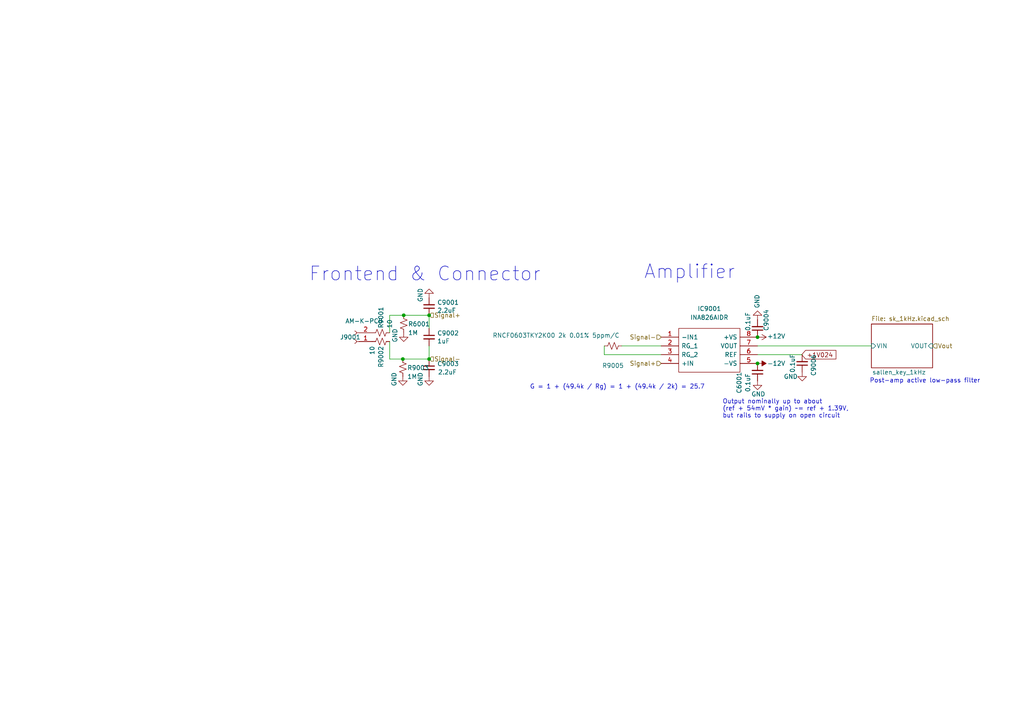
<source format=kicad_sch>
(kicad_sch (version 20231120) (generator "eeschema") (generator_version "8.0")
  (paper "A4")
  (lib_symbols
    (symbol "Connector:Conn_01x02_Female" (pin_names (offset 1.016) hide)
      (property "Reference" "J" (at 0 2.54 0))
      (property "Value" "Conn_01x02_Female" (at 0 -5.08 0))
      (symbol "Conn_01x02_Female_1_1"
        (arc (start 0 -2.032) (mid -0.5058 -2.54) (end 0 -3.048) (stroke (width 0.1524)))
        (polyline (pts (xy -1.27 -2.54) (xy -0.508 -2.54)) (stroke (width 0.1524)))
        (polyline (pts (xy -1.27 0) (xy -0.508 0)) (stroke (width 0.1524)))
        (arc (start 0 0.508) (mid -0.5058 0) (end 0 -0.508) (stroke (width 0.1524)))
        (pin passive line (at -5.08 0 0) (length 3.81) (name "Pin_1") (number "1"))
        (pin passive line (at -5.08 -2.54 0) (length 3.81) (name "Pin_2") (number "2"))
      )
    )
    (symbol "Device:C_Small" (pin_numbers hide) (pin_names (offset 0.254) hide)
      (property "Reference" "C" (at 0.254 1.778 0))
      (property "Value" "C_Small" (at 0.254 -2.032 0))
      (symbol "C_Small_0_1"
        (polyline (pts (xy -1.524 -0.508) (xy 1.524 -0.508)) (stroke (width 0.3302)))
        (polyline (pts (xy -1.524 0.508) (xy 1.524 0.508)) (stroke (width 0.3048)))
      )
      (symbol "C_Small_1_1"
        (pin passive line (at 0 2.54 270) (length 2.032) (name "~") (number "1"))
        (pin passive line (at 0 -2.54 90) (length 2.032) (name "~") (number "2"))
      )
    )
    (symbol "Device:R_Small_US" (pin_numbers hide) (pin_names (offset 0.254) hide)
      (property "Reference" "R" (at 0.762 0.508 0))
      (property "Value" "R_Small_US" (at 0.762 -1.016 0))
      (symbol "R_Small_US_1_1"
        (polyline (pts (xy 0 0) (xy 1.016 -0.381) (xy 0 -0.762) (xy -1.016 -1.143) (xy 0 -1.524)))
        (polyline (pts (xy 0 1.524) (xy 1.016 1.143) (xy 0 0.762) (xy -1.016 0.381) (xy 0 0)))
        (pin passive line (at 0 2.54 270) (length 1.016) (name "~") (number "1"))
        (pin passive line (at 0 -2.54 90) (length 1.016) (name "~") (number "2"))
      )
    )
    (symbol "aaa:INA826AIDR" (pin_names (offset 0.762))
      (property "Reference" "IC" (at 24.13 7.62 0))
      (property "Value" "INA826AIDR" (at 24.13 5.08 0))
      (symbol "INA826AIDR_0_0"
        (pin passive line (at 0 0 0) (length 5.08) (name "-IN1") (number "1"))
        (pin passive line (at 0 -2.54 0) (length 5.08) (name "RG_1") (number "2"))
        (pin passive line (at 0 -5.08 0) (length 5.08) (name "RG_2") (number "3"))
        (pin passive line (at 0 -7.62 0) (length 5.08) (name "+IN") (number "4"))
        (pin passive line (at 27.94 -7.62 180) (length 5.08) (name "-VS") (number "5"))
        (pin passive line (at 27.94 -5.08 180) (length 5.08) (name "REF") (number "6"))
        (pin passive line (at 27.94 -2.54 180) (length 5.08) (name "VOUT") (number "7"))
        (pin passive line (at 27.94 0 180) (length 5.08) (name "+VS") (number "8"))
      )
      (symbol "INA826AIDR_0_1"
        (polyline (pts (xy 5.08 2.54) (xy 22.86 2.54) (xy 22.86 -10.16) (xy 5.08 -10.16) (xy 5.08 2.54)) (stroke (width 0.1524)))
      )
    )
    (symbol "power:+12V" (power) (pin_numbers hide) (pin_names (offset 0) hide)
      (property "Value" "+12V" (at 0 3.556 0))
      (symbol "+12V_0_1"
        (polyline (pts (xy -0.762 1.27) (xy 0 2.54)))
        (polyline (pts (xy 0 0) (xy 0 2.54)))
        (polyline (pts (xy 0 2.54) (xy 0.762 1.27)))
      )
      (symbol "+12V_1_1"
        (pin power_in line (at 0 0 90) (length 0) (name "~") (number "1"))
      )
    )
    (symbol "power:-12V" (power) (pin_numbers hide) (pin_names (offset 0) hide)
      (property "Value" "-12V" (at 0 3.556 0))
      (symbol "-12V_0_0"
        (pin power_in line (at 0 0 90) (length 0) (name "~") (number "1"))
      )
      (symbol "-12V_0_1"
        (polyline (pts (xy 0 0) (xy 0 1.27) (xy 0.762 1.27) (xy 0 2.54) (xy -0.762 1.27) (xy 0 1.27)) (fill (type outline)))
      )
    )
    (symbol "power:GND" (power) (pin_names (offset 0))
      (property "Value" "GND" (at 0 -3.81 0))
      (symbol "GND_0_1"
        (polyline (pts (xy 0 0) (xy 0 -1.27) (xy 1.27 -1.27) (xy 0 -2.54) (xy -1.27 -1.27) (xy 0 -1.27)))
      )
      (symbol "GND_1_1"
        (pin power_in line (at 0 0 270) (length 0) hide (name "GND") (number "1"))
      )
    )
  )
  (junction (at 124.46 104.14))
  (junction (at 219.71 97.79))
  (junction (at 116.84 104.14))
  (junction (at 219.71 105.41))
  (junction (at 117.094 91.44))
  (junction (at 124.46 91.44))
  (wire (pts (xy 117.094 91.44) (xy 124.46 91.44)))
  (wire (pts (xy 113.03 104.14) (xy 116.84 104.14)))
  (wire (pts (xy 219.71 100.33) (xy 252.73 100.33)))
  (wire (pts (xy 124.46 95.25) (xy 124.46 91.44)))
  (wire (pts (xy 113.03 91.44) (xy 117.094 91.44)))
  (wire (pts (xy 175.26 100.33) (xy 175.26 102.87)))
  (wire (pts (xy 113.03 96.52) (xy 113.03 91.44)))
  (wire (pts (xy 116.84 104.14) (xy 124.46 104.14)))
  (wire (pts (xy 180.34 100.33) (xy 191.77 100.33)))
  (wire (pts (xy 219.71 102.87) (xy 232.664 102.87)))
  (wire (pts (xy 113.03 99.06) (xy 113.03 104.14)))
  (wire (pts (xy 124.46 100.33) (xy 124.46 104.14)))
  (wire (pts (xy 175.26 102.87) (xy 191.77 102.87)))
  (text "G = 1 + (49.4k / Rg) = 1 + (49.4k / 2k) = 25.7" (at 153.67 113.03 0) (effects (font (size 1.27 1.27)) (justify left bottom)))
  (text "Amplifier" (at 186.69 81.28 0) (effects (font (size 4 4)) (justify left bottom)))
  (text "Output nominally up to about\n(ref + 54mV * gain) ~= ref + 1.39V,\nbut rails to supply on open circuit" (at 209.55 121.412 0) (effects (font (size 1.27 1.27)) (justify left bottom)))
  (text "Post-amp active low-pass filter" (at 252.222 111.252 0) (effects (font (size 1.27 1.27)) (justify left bottom)))
  (text "Frontend & Connector" (at 89.535 81.915 0) (effects (font (size 4 4)) (justify left bottom)))
  (global_label "+1V024" (shape input) (at 232.537 102.87 0) (property "Intersheetrefs" "${INTERSHEET_REFS}" (effects (hide yes))))
  (hierarchical_label "Signal-" (shape input) (at 191.77 97.79 180))
  (hierarchical_label "Signal+" (shape input) (at 124.46 91.44 0))
  (hierarchical_label "Signal+" (shape input) (at 191.77 105.41 180))
  (hierarchical_label "Signal-" (shape input) (at 124.46 104.14 0))
  (hierarchical_label "Vout" (shape input) (at 270.51 100.33 0))
  (symbol (lib_id "Connector:Conn_01x02_Female") (at 102.87 99.06 180) (unit 1)
    (property "Reference" "J9001" (at 101.6 97.79 0))
    (property "Value" "AM-K-PCB" (at 105.6132 93.1164 0))
    (property "Footprint" "aaa:AM-K-PCB" (effects (hide yes)))
    (property "LCSC" "C9900157061" (effects (hide yes)))
    (instances (project "simplicity_analog_1" (path "" (reference "J9001") (unit 1)) (path "" (reference "J15001") (unit 1))) (project "analog_frontend_panel" (path "" (reference "J12") (unit 1)) (path "" (reference "J13") (unit 1))))
  )
  (symbol (lib_id "Device:C_Small") (at 124.46 97.79 0) (unit 1)
    (property "Reference" "C9002" (at 126.7968 96.6216 0) (effects (justify left)))
    (property "Value" "1uF" (at 126.7968 98.933 0) (effects (justify left)))
    (property "Footprint" "Capacitor_SMD:C_0402_1005Metric" (effects (hide yes)))
    (instances (project "simplicity_analog_1" (path "" (reference "C9002") (unit 1)) (path "" (reference "C15002") (unit 1))) (project "analog_frontend_panel" (path "" (reference "C2") (unit 1)) (path "" (reference "C8") (unit 1))))
  )
  (symbol (lib_id "Device:C_Small") (at 124.46 106.68 0) (unit 1)
    (property "Reference" "C9003" (at 126.7968 105.5116 0) (effects (justify left)))
    (property "Value" "2.2uF" (at 127 107.95 0) (effects (justify left)))
    (property "Footprint" "Capacitor_SMD:C_0402_1005Metric" (effects (hide yes)))
    (instances (project "simplicity_analog_1" (path "" (reference "C9003") (unit 1)) (path "" (reference "C15003") (unit 1))) (project "analog_frontend_panel" (path "" (reference "C3") (unit 1)) (path "" (reference "C9") (unit 1))))
  )
  (symbol (lib_id "power:GND") (at 124.46 109.22 0) (unit 1)
    (property "Reference" "#PWR09003" (effects (hide yes)))
    (property "Value" "GND" (at 121.92 107.95 90) (effects (justify right)))
    (instances (project "simplicity_analog_1" (path "" (reference "#PWR09003") (unit 1)) (path "" (reference "#PWR015003") (unit 1))) (project "analog_frontend_panel" (path "" (reference "#PWR017") (unit 1)) (path "" (reference "#PWR024") (unit 1))))
  )
  (symbol (lib_id "Device:C_Small") (at 124.46 88.9 180) (unit 1)
    (property "Reference" "C9001" (at 126.7968 87.7316 0) (effects (justify right)))
    (property "Value" "2.2uF" (at 126.7968 90.043 0) (effects (justify right)))
    (property "Footprint" "Capacitor_SMD:C_0402_1005Metric" (effects (hide yes)))
    (instances (project "simplicity_analog_1" (path "" (reference "C9001") (unit 1)) (path "" (reference "C15001") (unit 1))) (project "analog_frontend_panel" (path "" (reference "C1") (unit 1)) (path "" (reference "C7") (unit 1))))
  )
  (symbol (lib_id "power:GND") (at 124.46 86.36 180) (unit 1)
    (property "Reference" "#PWR09002" (effects (hide yes)))
    (property "Value" "GND" (at 121.92 87.63 90) (effects (justify right)))
    (instances (project "simplicity_analog_1" (path "" (reference "#PWR09002") (unit 1)) (path "" (reference "#PWR015002") (unit 1))) (project "analog_frontend_panel" (path "" (reference "#PWR016") (unit 1)) (path "" (reference "#PWR023") (unit 1))))
  )
  (symbol (lib_id "Device:R_Small_US") (at 116.84 106.68 0) (unit 1)
    (property "Reference" "R9003" (at 118.11 106.68 0) (effects (justify left)))
    (property "Value" "1M" (at 118.11 109.22 0) (effects (justify left)))
    (property "Footprint" "Resistor_SMD:R_0402_1005Metric" (effects (hide yes)))
    (instances (project "simplicity_analog_1" (path "" (reference "R9003") (unit 1)) (path "" (reference "R15003") (unit 1))) (project "analog_frontend_panel" (path "" (reference "R4") (unit 1)) (path "" (reference "R9") (unit 1))))
  )
  (symbol (lib_id "power:GND") (at 116.84 109.22 0) (unit 1)
    (property "Reference" "#PWR09001" (effects (hide yes)))
    (property "Value" "GND" (at 114.3 107.95 90) (effects (justify right)))
    (instances (project "simplicity_analog_1" (path "" (reference "#PWR09001") (unit 1)) (path "" (reference "#PWR015001") (unit 1))) (project "analog_frontend_panel" (path "" (reference "#PWR015") (unit 1)) (path "" (reference "#PWR022") (unit 1))))
  )
  (symbol (lib_id "Device:R_Small_US") (at 110.49 96.52 90) (unit 1)
    (property "Reference" "R9001" (at 110.49 95.25 0) (effects (justify left)))
    (property "Value" "10" (at 113.03 95.25 0) (effects (justify left)))
    (property "Footprint" "Resistor_SMD:R_0402_1005Metric" (effects (hide yes)))
    (property "LCSC" "C25077" (effects (hide yes)))
    (instances (project "simplicity_analog_1" (path "" (reference "R9001") (unit 1)) (path "" (reference "R15001") (unit 1))) (project "analog_frontend_panel" (path "" (reference "R2") (unit 1)) (path "" (reference "R7") (unit 1))))
  )
  (symbol (lib_id "Device:R_Small_US") (at 110.49 99.06 270) (unit 1)
    (property "Reference" "R9002" (at 110.49 100.33 0) (effects (justify left)))
    (property "Value" "10" (at 107.95 100.33 0) (effects (justify left)))
    (property "Footprint" "Resistor_SMD:R_0402_1005Metric" (effects (hide yes)))
    (property "Datasheet" "C25077" (effects (hide yes)))
    (instances (project "simplicity_analog_1" (path "" (reference "R9002") (unit 1)) (path "" (reference "R15002") (unit 1))) (project "analog_frontend_panel" (path "" (reference "R3") (unit 1)) (path "" (reference "R8") (unit 1))))
  )
  (symbol (lib_id "power:GND") (at 232.664 107.95 0) (unit 1)
    (property "Reference" "#PWR09007" (effects (hide yes)))
    (property "Value" "GND" (at 231.394 109.22 0) (effects (justify right)))
    (instances (project "simplicity_analog_1" (path "" (reference "#PWR09007") (unit 1)) (path "" (reference "#PWR015007") (unit 1))) (project "analog_frontend_panel" (path "" (reference "#PWR021") (unit 1)) (path "" (reference "#PWR028") (unit 1))))
  )
  (symbol (lib_id "power:GND") (at 219.71 110.49 0) (unit 1)
    (property "Reference" "#PWR6003" (effects (hide yes)))
    (property "Value" "GND" (at 221.996 114.3 0) (effects (justify right)))
    (instances (project "analog_frontend_panel" (path "" (reference "#PWR6003") (unit 1)) (path "" (reference "#PWR7003") (unit 1))))
  )
  (symbol (lib_id "Device:C_Small") (at 232.664 105.41 180) (unit 1)
    (property "Reference" "C9006" (at 235.966 105.918 90))
    (property "Value" "0.1uF" (at 229.87 105.41 90))
    (property "Footprint" "Capacitor_SMD:C_0402_1005Metric" (effects (hide yes)))
    (instances (project "simplicity_analog_1" (path "" (reference "C9006") (unit 1)) (path "" (reference "C15006") (unit 1))) (project "analog_frontend_panel" (path "" (reference "C6") (unit 1)) (path "" (reference "C12") (unit 1))))
  )
  (symbol (lib_id "power:-12V") (at 219.71 105.41 270) (unit 1)
    (property "Reference" "#PWR6001" (effects (hide yes)))
    (property "Value" "-12V" (at 222.504 105.41 90) (effects (justify left)))
    (property "Description" "Power symbol creates a global label with name \"-12V\"" (effects (hide yes)))
    (instances (project "" (path "" (reference "#PWR6001") (unit 1)) (path "" (reference "#PWR7001") (unit 1))))
  )
  (symbol (lib_id "Device:C_Small") (at 219.71 95.25 180) (unit 1)
    (property "Reference" "C9004" (at 222.25 96.012 90) (effects (justify right)))
    (property "Value" "0.1uF" (at 216.916 96.012 90) (effects (justify right)))
    (property "Footprint" "Capacitor_SMD:C_0402_1005Metric" (effects (hide yes)))
    (instances (project "simplicity_analog_1" (path "" (reference "C9004") (unit 1)) (path "" (reference "C15004") (unit 1))) (project "analog_frontend_panel" (path "" (reference "C4") (unit 1)) (path "" (reference "C10") (unit 1))))
  )
  (symbol (lib_id "aaa:INA826AIDR") (at 191.77 97.79 0) (unit 1)
    (property "Reference" "IC9001" (at 205.74 89.535 0))
    (property "Value" "INA826AIDR" (at 205.74 92.075 0))
    (property "Footprint" "aaa:SOIC127P600X175-8N" (effects (hide yes)))
    (property "Datasheet" "http://www.ti.com/lit/gpn/ina826" (effects (hide yes)))
    (property "Description" "Precision, 200-uA Supply Current, 36-V Supply Instrumentation Amplifier" (effects (hide yes)))
    (property "Height" "1.75" (effects (hide yes)))
    (property "Manufacturer_Name" "Texas Instruments" (effects (hide yes)))
    (property "Manufacturer_Part_Number" "INA826AIDR" (effects (hide yes)))
    (property "Mouser Part Number" "595-INA826AIDR" (effects (hide yes)))
    (property "Mouser Price/Stock" "https://www.mouser.co.uk/ProductDetail/Texas-Instruments/INA826AIDR?qs=RqytGdBYyUFuQNJtlkA6aQ%3D%3D" (effects (hide yes)))
    (property "Arrow Part Number" "INA826AIDR" (effects (hide yes)))
    (property "Arrow Price/Stock" "https://www.arrow.com/en/products/ina826aidr/texas-instruments?region=nac" (effects (hide yes)))
    (property "LCSC" "C38433" (effects (hide yes)))
    (instances (project "simplicity_analog_1" (path "" (reference "IC9001") (unit 1)) (path "" (reference "IC15001") (unit 1))) (project "analog_frontend_panel" (path "" (reference "IC1") (unit 1)) (path "" (reference "IC2") (unit 1))))
  )
  (symbol (lib_id "Device:R_Small_US") (at 177.8 100.33 270) (unit 1)
    (property "Reference" "R9005" (at 177.8 106.045 90))
    (property "Value" "RNCF0603TKY2K00 2k 0.01% 5ppm/C" (at 161.29 97.282 90))
    (property "Footprint" "Resistor_SMD:R_0603_1608Metric" (effects (hide yes)))
    (property "LCSC" "C346578" (effects (hide yes)))
    (instances (project "simplicity_analog_1" (path "" (reference "R9005") (unit 1)) (path "" (reference "R15005") (unit 1))) (project "analog_frontend_panel" (path "" (reference "R6") (unit 1)) (path "" (reference "R11") (unit 1))))
  )
  (symbol (lib_id "power:+12V") (at 219.71 97.79 270) (unit 1)
    (property "Reference" "#PWR6002" (effects (hide yes)))
    (property "Value" "+12V" (at 222.504 97.536 90) (effects (justify left)))
    (property "Description" "Power symbol creates a global label with name \"+12V\"" (effects (hide yes)))
    (instances (project "" (path "" (reference "#PWR6002") (unit 1)) (path "" (reference "#PWR7002") (unit 1))))
  )
  (symbol (lib_id "power:GND") (at 219.71 92.71 180) (unit 1)
    (property "Reference" "#PWR09005" (effects (hide yes)))
    (property "Value" "GND" (at 219.583 89.4588 90) (effects (justify right)))
    (instances (project "simplicity_analog_1" (path "" (reference "#PWR09005") (unit 1)) (path "" (reference "#PWR015005") (unit 1))) (project "analog_frontend_panel" (path "" (reference "#PWR019") (unit 1)) (path "" (reference "#PWR026") (unit 1))))
  )
  (symbol (lib_id "Device:R_Small_US") (at 117.094 93.98 0) (unit 1)
    (property "Reference" "R6001" (at 118.364 93.98 0) (effects (justify left)))
    (property "Value" "1M" (at 118.364 96.52 0) (effects (justify left)))
    (property "Footprint" "Resistor_SMD:R_0402_1005Metric" (effects (hide yes)))
    (instances (project "analog_frontend_panel" (path "" (reference "R6001") (unit 1)) (path "" (reference "R7001") (unit 1))))
  )
  (symbol (lib_id "Device:C_Small") (at 219.71 107.95 180) (unit 1)
    (property "Reference" "C6001" (at 214.376 110.998 90))
    (property "Value" "0.1uF" (at 216.916 110.998 90))
    (property "Footprint" "Capacitor_SMD:C_0402_1005Metric" (effects (hide yes)))
    (instances (project "analog_frontend_panel" (path "" (reference "C6001") (unit 1)) (path "" (reference "C7001") (unit 1))))
  )
  (symbol (lib_id "power:GND") (at 117.094 96.52 0) (unit 1)
    (property "Reference" "#PWR6004" (effects (hide yes)))
    (property "Value" "GND" (at 114.554 95.25 90) (effects (justify right)))
    (instances (project "analog_frontend_panel" (path "" (reference "#PWR6004") (unit 1)) (path "" (reference "#PWR7004") (unit 1))))
  )
  (sheet (at 252.73 93.98) (size 17.78 12.7) (stroke (width 0.1524))
    (property "Sheetname" "sallen_key_1kHz" (at 252.984 108.712 0) (effects (justify left bottom)))
    (property "Sheetfile" "sk_1kHz.kicad_sch" (at 252.73 91.694 0) (effects (justify left top)))
    (pin "VIN" input (at 252.73 100.33 180))
    (pin "VOUT" input (at 270.51 100.33 0))
  )
)
</source>
